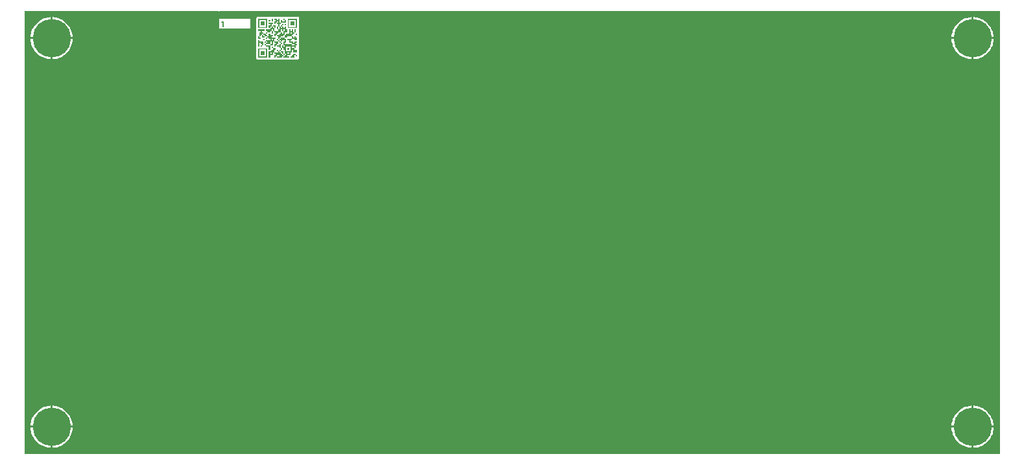
<source format=gtl>
G04 Layer: TopLayer*
G04 Panelize: , Column: 2, Row: 2, Board Size: 127.89mm x 58.42mm, Panelized Board Size: 257.78mm x 118.84mm*
G04 EasyEDA v6.5.34, 2023-08-21 18:11:39*
G04 e8c068331ae34e3d8125ef6c1ac767d1,5a6b42c53f6a479593ecc07194224c93,10*
G04 Gerber Generator version 0.2*
G04 Scale: 100 percent, Rotated: No, Reflected: No *
G04 Dimensions in millimeters *
G04 leading zeros omitted , absolute positions ,4 integer and 5 decimal *
%FSLAX45Y45*%
%MOMM*%

%ADD10C,0.1524*%
%ADD11C,5.0000*%
%ADD12C,1.8000*%

%LPD*%
G36*
X12752781Y25908D02*
G01*
X36068Y26416D01*
X32156Y27178D01*
X28905Y29362D01*
X26670Y32664D01*
X25908Y36576D01*
X25908Y5805932D01*
X26670Y5809843D01*
X28905Y5813094D01*
X32156Y5815330D01*
X36068Y5816092D01*
X2555240Y5816092D01*
X2559100Y5815330D01*
X2562402Y5813094D01*
X2564638Y5809843D01*
X2565400Y5805932D01*
X2566162Y5809843D01*
X2568346Y5813094D01*
X2571648Y5815330D01*
X2575560Y5816092D01*
X3050540Y5816092D01*
X3054400Y5815330D01*
X3057702Y5813094D01*
X3059938Y5809843D01*
X3060700Y5805932D01*
X3061462Y5809843D01*
X3063646Y5813094D01*
X3066948Y5815330D01*
X3070860Y5816092D01*
X12752832Y5816092D01*
X12756692Y5815330D01*
X12759994Y5813094D01*
X12762179Y5809843D01*
X12762992Y5805932D01*
X12762992Y36068D01*
X12762179Y32156D01*
X12759994Y28905D01*
X12756692Y26670D01*
G37*

%LPC*%
G36*
X393700Y5185562D02*
G01*
X398322Y5185664D01*
X421284Y5188051D01*
X443992Y5192369D01*
X466242Y5198618D01*
X487934Y5206644D01*
X508812Y5216499D01*
X528828Y5228031D01*
X547827Y5241239D01*
X565607Y5255971D01*
X582117Y5272125D01*
X597204Y5289600D01*
X610819Y5308295D01*
X622757Y5328107D01*
X633018Y5348782D01*
X641553Y5370271D01*
X648208Y5392369D01*
X653034Y5414975D01*
X655929Y5437936D01*
X656336Y5448300D01*
X393700Y5448300D01*
G37*
G36*
X393700Y105562D02*
G01*
X398322Y105664D01*
X421284Y108051D01*
X443992Y112369D01*
X466242Y118618D01*
X487934Y126644D01*
X508812Y136499D01*
X528828Y148031D01*
X547827Y161239D01*
X565607Y175971D01*
X582117Y192125D01*
X597204Y209600D01*
X610819Y228295D01*
X622757Y248107D01*
X633018Y268782D01*
X641553Y290271D01*
X648208Y312369D01*
X653034Y334975D01*
X655929Y357936D01*
X656336Y368300D01*
X393700Y368300D01*
G37*
G36*
X12392406Y105613D02*
G01*
X12392406Y368300D01*
X12129516Y368300D01*
X12131395Y346405D01*
X12135256Y323646D01*
X12140996Y301244D01*
X12148566Y279450D01*
X12157964Y258317D01*
X12169089Y238099D01*
X12181890Y218846D01*
X12196267Y200710D01*
X12212066Y183896D01*
X12229236Y168402D01*
X12247626Y154432D01*
X12267133Y142087D01*
X12287605Y131368D01*
X12308941Y122428D01*
X12330887Y115265D01*
X12353391Y109982D01*
X12376251Y106629D01*
G37*
G36*
X368300Y105613D02*
G01*
X368300Y368300D01*
X105410Y368300D01*
X107289Y346405D01*
X111150Y323646D01*
X116890Y301244D01*
X124460Y279450D01*
X133858Y258317D01*
X144983Y238099D01*
X157784Y218846D01*
X172161Y200710D01*
X187960Y183896D01*
X205130Y168402D01*
X223520Y154432D01*
X243027Y142087D01*
X263499Y131368D01*
X284835Y122428D01*
X306781Y115265D01*
X329285Y109982D01*
X352145Y106629D01*
G37*
G36*
X12417806Y393700D02*
G01*
X12680442Y393700D01*
X12680035Y404063D01*
X12677140Y427024D01*
X12672314Y449630D01*
X12665659Y471728D01*
X12657124Y493217D01*
X12646863Y513892D01*
X12634925Y533704D01*
X12621310Y552348D01*
X12606223Y569874D01*
X12589713Y586028D01*
X12571933Y600760D01*
X12552934Y613968D01*
X12532918Y625500D01*
X12512040Y635355D01*
X12490348Y643382D01*
X12468098Y649630D01*
X12445390Y653948D01*
X12422428Y656336D01*
X12417806Y656437D01*
G37*
G36*
X393700Y393700D02*
G01*
X656336Y393700D01*
X655929Y404063D01*
X653034Y427024D01*
X648208Y449630D01*
X641553Y471728D01*
X633018Y493217D01*
X622757Y513892D01*
X610819Y533704D01*
X597204Y552348D01*
X582117Y569874D01*
X565607Y586028D01*
X547827Y600760D01*
X528828Y613968D01*
X508812Y625500D01*
X487934Y635355D01*
X466242Y643382D01*
X443992Y649630D01*
X421284Y653948D01*
X398322Y656336D01*
X393700Y656437D01*
G37*
G36*
X12129516Y393700D02*
G01*
X12392406Y393700D01*
X12392406Y656386D01*
X12376251Y655370D01*
X12353391Y652018D01*
X12330887Y646734D01*
X12308941Y639572D01*
X12287605Y630631D01*
X12267133Y619912D01*
X12247626Y607568D01*
X12229236Y593598D01*
X12212066Y578104D01*
X12196267Y561289D01*
X12181890Y543153D01*
X12169089Y523900D01*
X12157964Y503682D01*
X12148566Y482549D01*
X12140996Y460756D01*
X12135256Y438353D01*
X12131395Y415594D01*
G37*
G36*
X105410Y393700D02*
G01*
X368300Y393700D01*
X368300Y656386D01*
X352145Y655370D01*
X329285Y652018D01*
X306781Y646734D01*
X284835Y639572D01*
X263499Y630631D01*
X243027Y619912D01*
X223520Y607568D01*
X205130Y593598D01*
X187960Y578104D01*
X172161Y561289D01*
X157784Y543153D01*
X144983Y523900D01*
X133858Y503682D01*
X124460Y482549D01*
X116890Y460756D01*
X111150Y438353D01*
X107289Y415594D01*
G37*
G36*
X3076905Y5181092D02*
G01*
X3583787Y5181092D01*
X3590086Y5181803D01*
X3595573Y5183682D01*
X3600450Y5186781D01*
X3604564Y5190896D01*
X3607612Y5195773D01*
X3609543Y5201208D01*
X3610254Y5207558D01*
X3610254Y5714441D01*
X3609543Y5720740D01*
X3607358Y5726938D01*
X3606800Y5730341D01*
X3606800Y5739384D01*
X3605784Y5740400D01*
X3587648Y5740450D01*
X3583787Y5740908D01*
X3076803Y5740908D01*
X3071774Y5740450D01*
X3067608Y5740908D01*
X3064002Y5743041D01*
X3061563Y5746445D01*
X3060700Y5750560D01*
X3060700Y5739841D01*
X3059938Y5735980D01*
X3057702Y5732678D01*
X3056128Y5731103D01*
X3053080Y5726226D01*
X3051149Y5720740D01*
X3050438Y5714441D01*
X3050438Y5207558D01*
X3051149Y5201208D01*
X3053080Y5195773D01*
X3056128Y5190896D01*
X3060242Y5186781D01*
X3065119Y5183682D01*
X3070606Y5181803D01*
G37*
G36*
X12417806Y5185562D02*
G01*
X12422428Y5185664D01*
X12445390Y5188051D01*
X12468098Y5192369D01*
X12490348Y5198618D01*
X12512040Y5206644D01*
X12532918Y5216499D01*
X12552934Y5228031D01*
X12571933Y5241239D01*
X12589713Y5255971D01*
X12606223Y5272125D01*
X12621310Y5289600D01*
X12634925Y5308295D01*
X12646863Y5328107D01*
X12657124Y5348782D01*
X12665659Y5370271D01*
X12672314Y5392369D01*
X12677140Y5414975D01*
X12680035Y5437936D01*
X12680442Y5448300D01*
X12417806Y5448300D01*
G37*
G36*
X12417806Y105562D02*
G01*
X12422428Y105664D01*
X12445390Y108051D01*
X12468098Y112369D01*
X12490348Y118618D01*
X12512040Y126644D01*
X12532918Y136499D01*
X12552934Y148031D01*
X12571933Y161239D01*
X12589713Y175971D01*
X12606223Y192125D01*
X12621310Y209600D01*
X12634925Y228295D01*
X12646863Y248107D01*
X12657124Y268782D01*
X12665659Y290271D01*
X12672314Y312369D01*
X12677140Y334975D01*
X12680035Y357936D01*
X12680442Y368300D01*
X12417806Y368300D01*
G37*
G36*
X12392406Y5185613D02*
G01*
X12392406Y5448300D01*
X12129516Y5448300D01*
X12131395Y5426405D01*
X12135256Y5403646D01*
X12140996Y5381244D01*
X12148566Y5359450D01*
X12157964Y5338318D01*
X12169089Y5318099D01*
X12181890Y5298846D01*
X12196267Y5280710D01*
X12212066Y5263896D01*
X12229236Y5248402D01*
X12247626Y5234432D01*
X12267133Y5222087D01*
X12287605Y5211368D01*
X12308941Y5202428D01*
X12330887Y5195265D01*
X12353391Y5189982D01*
X12376251Y5186629D01*
G37*
G36*
X368300Y5185613D02*
G01*
X368300Y5448300D01*
X105410Y5448300D01*
X107289Y5426405D01*
X111150Y5403646D01*
X116890Y5381244D01*
X124460Y5359450D01*
X133858Y5338318D01*
X144983Y5318099D01*
X157784Y5298846D01*
X172161Y5280710D01*
X187960Y5263896D01*
X205130Y5248402D01*
X223520Y5234432D01*
X243027Y5222087D01*
X263499Y5211368D01*
X284835Y5202428D01*
X306781Y5195265D01*
X329285Y5189982D01*
X352145Y5186629D01*
G37*
G36*
X393700Y5473700D02*
G01*
X656336Y5473700D01*
X655929Y5484063D01*
X653034Y5507024D01*
X648208Y5529630D01*
X641553Y5551728D01*
X633018Y5573217D01*
X622757Y5593892D01*
X610819Y5613704D01*
X597204Y5632348D01*
X582117Y5649874D01*
X565607Y5666028D01*
X547827Y5680760D01*
X528828Y5693968D01*
X508812Y5705500D01*
X487934Y5715355D01*
X466242Y5723382D01*
X443992Y5729630D01*
X421284Y5733948D01*
X398322Y5736336D01*
X393700Y5736437D01*
G37*
G36*
X12417806Y5473700D02*
G01*
X12680442Y5473700D01*
X12680035Y5484063D01*
X12677140Y5507024D01*
X12672314Y5529630D01*
X12665659Y5551728D01*
X12657124Y5573217D01*
X12646863Y5593892D01*
X12634925Y5613704D01*
X12621310Y5632348D01*
X12606223Y5649874D01*
X12589713Y5666028D01*
X12571933Y5680760D01*
X12552934Y5693968D01*
X12532918Y5705500D01*
X12512040Y5715355D01*
X12490348Y5723382D01*
X12468098Y5729630D01*
X12445390Y5733948D01*
X12422428Y5736336D01*
X12417806Y5736437D01*
G37*
G36*
X12129516Y5473700D02*
G01*
X12392406Y5473700D01*
X12392406Y5736386D01*
X12376251Y5735370D01*
X12353391Y5732018D01*
X12330887Y5726734D01*
X12308941Y5719572D01*
X12287605Y5710631D01*
X12267133Y5699912D01*
X12247626Y5687568D01*
X12229236Y5673598D01*
X12212066Y5658104D01*
X12196267Y5641289D01*
X12181890Y5623153D01*
X12169089Y5603900D01*
X12157964Y5583682D01*
X12148566Y5562549D01*
X12140996Y5540756D01*
X12135256Y5518353D01*
X12131395Y5495594D01*
G37*
G36*
X105410Y5473700D02*
G01*
X368300Y5473700D01*
X368300Y5736386D01*
X352145Y5735370D01*
X329285Y5732018D01*
X306781Y5726734D01*
X284835Y5719572D01*
X263499Y5710631D01*
X243027Y5699912D01*
X223520Y5687568D01*
X205130Y5673598D01*
X187960Y5658104D01*
X172161Y5641289D01*
X157784Y5623153D01*
X144983Y5603900D01*
X133858Y5583682D01*
X124460Y5562549D01*
X116890Y5540756D01*
X111150Y5518353D01*
X107289Y5495594D01*
G37*
G36*
X2596438Y5583682D02*
G01*
X2626563Y5583682D01*
X2632862Y5584393D01*
X2641142Y5587593D01*
X2643936Y5588000D01*
X2970784Y5588000D01*
X2971800Y5589016D01*
X2971800Y5713984D01*
X2970784Y5715000D01*
X2639822Y5715000D01*
X2636469Y5715558D01*
X2632862Y5716828D01*
X2626563Y5717540D01*
X2596438Y5717540D01*
X2590139Y5716828D01*
X2586532Y5715558D01*
X2583180Y5715000D01*
X2575560Y5715000D01*
X2571648Y5715762D01*
X2568346Y5717997D01*
X2566162Y5721248D01*
X2565400Y5725160D01*
X2565400Y5589016D01*
X2566416Y5588000D01*
X2579065Y5588000D01*
X2581859Y5587593D01*
X2584653Y5586323D01*
X2590139Y5584393D01*
G37*

%LPD*%
G36*
X3251200Y5715000D02*
G01*
X3251200Y5680151D01*
X3267760Y5680151D01*
X3267760Y5715000D01*
G37*
G36*
X3286150Y5715000D02*
G01*
X3286150Y5696661D01*
X3302762Y5696661D01*
X3302762Y5680151D01*
X3339541Y5680151D01*
X3339541Y5663641D01*
X3321151Y5663641D01*
X3321151Y5680151D01*
X3286150Y5680151D01*
X3286150Y5645302D01*
X3302762Y5645302D01*
X3302762Y5663641D01*
X3321151Y5663641D01*
X3321151Y5645302D01*
X3339541Y5645302D01*
X3339541Y5610453D01*
X3356101Y5610453D01*
X3356101Y5575604D01*
X3339541Y5575604D01*
X3339541Y5610453D01*
X3321151Y5610453D01*
X3321151Y5575604D01*
X3339541Y5575604D01*
X3339541Y5557266D01*
X3286150Y5557266D01*
X3286150Y5592114D01*
X3302762Y5592114D01*
X3302762Y5626963D01*
X3267760Y5626963D01*
X3267760Y5610453D01*
X3286150Y5610453D01*
X3286150Y5592114D01*
X3267760Y5592114D01*
X3267760Y5610453D01*
X3251200Y5610453D01*
X3251200Y5645302D01*
X3267760Y5645302D01*
X3267760Y5663641D01*
X3216249Y5663641D01*
X3216249Y5645302D01*
X3234639Y5645302D01*
X3234639Y5626963D01*
X3216249Y5626963D01*
X3216249Y5610453D01*
X3251200Y5610453D01*
X3251200Y5592114D01*
X3234639Y5592114D01*
X3234639Y5610453D01*
X3216249Y5610453D01*
X3216249Y5592114D01*
X3234639Y5592114D01*
X3234639Y5575604D01*
X3181248Y5575604D01*
X3181248Y5557266D01*
X3197809Y5557266D01*
X3197809Y5540756D01*
X3181248Y5540756D01*
X3181248Y5522417D01*
X3144469Y5522417D01*
X3144469Y5540756D01*
X3127908Y5540756D01*
X3127908Y5557266D01*
X3162858Y5557266D01*
X3162858Y5575604D01*
X3076346Y5575604D01*
X3076346Y5557266D01*
X3109468Y5557266D01*
X3109468Y5540756D01*
X3092907Y5540756D01*
X3092907Y5522417D01*
X3144469Y5522417D01*
X3144469Y5505907D01*
X3181248Y5505907D01*
X3181248Y5522417D01*
X3197809Y5522417D01*
X3197809Y5540756D01*
X3234639Y5540756D01*
X3234639Y5557266D01*
X3251200Y5557266D01*
X3251200Y5575604D01*
X3267760Y5575604D01*
X3267760Y5557266D01*
X3286150Y5557266D01*
X3286150Y5540756D01*
X3302762Y5540756D01*
X3302762Y5522417D01*
X3286150Y5522417D01*
X3286150Y5487568D01*
X3302762Y5487568D01*
X3302762Y5505907D01*
X3321151Y5505907D01*
X3321151Y5522417D01*
X3339541Y5522417D01*
X3339541Y5540756D01*
X3374542Y5540756D01*
X3374542Y5575604D01*
X3391103Y5575604D01*
X3391103Y5557266D01*
X3409492Y5557266D01*
X3409492Y5575604D01*
X3426053Y5575604D01*
X3426053Y5557266D01*
X3409492Y5557266D01*
X3409492Y5522417D01*
X3391103Y5522417D01*
X3391103Y5540756D01*
X3374542Y5540756D01*
X3374542Y5522417D01*
X3356101Y5522417D01*
X3356101Y5505907D01*
X3321151Y5505907D01*
X3321151Y5487568D01*
X3339541Y5487568D01*
X3339541Y5452719D01*
X3356101Y5452719D01*
X3356101Y5469229D01*
X3374542Y5469229D01*
X3374542Y5487568D01*
X3409492Y5487568D01*
X3409492Y5505907D01*
X3426053Y5505907D01*
X3426053Y5469229D01*
X3461054Y5469229D01*
X3461054Y5487568D01*
X3514394Y5487568D01*
X3514394Y5452719D01*
X3461054Y5452719D01*
X3461054Y5434380D01*
X3479444Y5434380D01*
X3479444Y5399532D01*
X3514394Y5399532D01*
X3514394Y5383022D01*
X3549396Y5383022D01*
X3549396Y5364683D01*
X3514394Y5364683D01*
X3514394Y5383022D01*
X3426053Y5383022D01*
X3426053Y5399532D01*
X3444443Y5399532D01*
X3444443Y5452719D01*
X3426053Y5452719D01*
X3426053Y5469229D01*
X3374542Y5469229D01*
X3374542Y5452719D01*
X3356101Y5452719D01*
X3356101Y5434380D01*
X3374542Y5434380D01*
X3374542Y5416042D01*
X3391103Y5416042D01*
X3391103Y5434380D01*
X3426053Y5434380D01*
X3426053Y5416042D01*
X3409492Y5416042D01*
X3409492Y5364683D01*
X3426053Y5364683D01*
X3426053Y5346344D01*
X3549396Y5346344D01*
X3549396Y5329834D01*
X3514394Y5329834D01*
X3514394Y5346344D01*
X3497834Y5346344D01*
X3497834Y5293156D01*
X3444443Y5293156D01*
X3444443Y5346344D01*
X3409492Y5346344D01*
X3409492Y5364683D01*
X3391103Y5364683D01*
X3391103Y5329834D01*
X3409492Y5329834D01*
X3409492Y5311495D01*
X3426053Y5311495D01*
X3426053Y5276646D01*
X3479444Y5276646D01*
X3479444Y5260187D01*
X3461054Y5260187D01*
X3461054Y5276646D01*
X3426053Y5276646D01*
X3426053Y5260187D01*
X3444443Y5260187D01*
X3444443Y5241848D01*
X3426053Y5241848D01*
X3426053Y5225338D01*
X3409492Y5225338D01*
X3409492Y5241848D01*
X3391103Y5241848D01*
X3391103Y5260187D01*
X3374542Y5260187D01*
X3374542Y5276646D01*
X3356101Y5276646D01*
X3356101Y5293156D01*
X3374542Y5293156D01*
X3374542Y5311495D01*
X3391103Y5311495D01*
X3391103Y5329834D01*
X3374542Y5329834D01*
X3374542Y5383022D01*
X3356101Y5383022D01*
X3356101Y5364683D01*
X3321151Y5364683D01*
X3321151Y5383022D01*
X3339541Y5383022D01*
X3339541Y5416042D01*
X3286150Y5416042D01*
X3286150Y5452719D01*
X3302762Y5452719D01*
X3302762Y5469229D01*
X3251200Y5469229D01*
X3251200Y5487568D01*
X3267760Y5487568D01*
X3267760Y5505907D01*
X3234639Y5505907D01*
X3234639Y5522417D01*
X3216249Y5522417D01*
X3216249Y5487568D01*
X3197809Y5487568D01*
X3197809Y5505907D01*
X3162858Y5505907D01*
X3162858Y5487568D01*
X3144469Y5487568D01*
X3144469Y5505907D01*
X3127908Y5505907D01*
X3127908Y5522417D01*
X3092907Y5522417D01*
X3092907Y5487568D01*
X3076346Y5487568D01*
X3076346Y5452719D01*
X3109468Y5452719D01*
X3109468Y5469229D01*
X3092907Y5469229D01*
X3092907Y5487568D01*
X3109468Y5487568D01*
X3109468Y5505907D01*
X3127908Y5505907D01*
X3127908Y5469229D01*
X3162858Y5469229D01*
X3162858Y5487568D01*
X3197809Y5487568D01*
X3197809Y5469229D01*
X3181248Y5469229D01*
X3181248Y5452719D01*
X3197809Y5452719D01*
X3197809Y5469229D01*
X3216249Y5469229D01*
X3216249Y5452719D01*
X3267760Y5452719D01*
X3267760Y5434380D01*
X3251200Y5434380D01*
X3251200Y5452719D01*
X3234639Y5452719D01*
X3234639Y5434380D01*
X3181248Y5434380D01*
X3181248Y5416042D01*
X3197809Y5416042D01*
X3197809Y5399532D01*
X3181248Y5399532D01*
X3181248Y5416042D01*
X3162858Y5416042D01*
X3162858Y5399532D01*
X3181248Y5399532D01*
X3181248Y5383022D01*
X3162858Y5383022D01*
X3162858Y5364683D01*
X3181248Y5364683D01*
X3181248Y5383022D01*
X3234639Y5383022D01*
X3234639Y5416042D01*
X3251200Y5416042D01*
X3251200Y5383022D01*
X3234639Y5383022D01*
X3234639Y5364683D01*
X3181248Y5364683D01*
X3181248Y5346344D01*
X3216249Y5346344D01*
X3216249Y5311495D01*
X3234639Y5311495D01*
X3234639Y5364683D01*
X3267760Y5364683D01*
X3267760Y5416042D01*
X3286150Y5416042D01*
X3286150Y5399532D01*
X3302762Y5399532D01*
X3302762Y5383022D01*
X3286150Y5383022D01*
X3286150Y5346344D01*
X3302762Y5346344D01*
X3302762Y5364683D01*
X3321151Y5364683D01*
X3321151Y5346344D01*
X3356101Y5346344D01*
X3356101Y5329834D01*
X3374542Y5329834D01*
X3374542Y5311495D01*
X3356101Y5311495D01*
X3356101Y5293156D01*
X3339541Y5293156D01*
X3339541Y5311495D01*
X3321151Y5311495D01*
X3321151Y5293156D01*
X3339541Y5293156D01*
X3339541Y5276646D01*
X3286150Y5276646D01*
X3286150Y5311495D01*
X3302762Y5311495D01*
X3302762Y5329834D01*
X3267760Y5329834D01*
X3267760Y5346344D01*
X3251200Y5346344D01*
X3251200Y5329834D01*
X3267760Y5329834D01*
X3267760Y5311495D01*
X3251403Y5311495D01*
X3250285Y5294122D01*
X3216249Y5293055D01*
X3216249Y5276646D01*
X3251200Y5276646D01*
X3251200Y5260187D01*
X3234639Y5260187D01*
X3234639Y5276646D01*
X3216249Y5276646D01*
X3216249Y5207000D01*
X3234639Y5207000D01*
X3234639Y5241848D01*
X3267760Y5241848D01*
X3267760Y5276646D01*
X3286150Y5276646D01*
X3286150Y5260187D01*
X3302762Y5260187D01*
X3302762Y5241848D01*
X3286150Y5241848D01*
X3286150Y5207000D01*
X3302558Y5207000D01*
X3303676Y5224424D01*
X3321151Y5225542D01*
X3321151Y5241848D01*
X3356101Y5241848D01*
X3356101Y5225338D01*
X3321151Y5225338D01*
X3321151Y5207000D01*
X3391103Y5207000D01*
X3391103Y5225338D01*
X3409492Y5225338D01*
X3409492Y5207000D01*
X3479444Y5207000D01*
X3479444Y5225338D01*
X3461054Y5225338D01*
X3461054Y5241848D01*
X3497834Y5241848D01*
X3497834Y5276646D01*
X3514394Y5276646D01*
X3514394Y5311495D01*
X3530955Y5311495D01*
X3530955Y5276646D01*
X3584346Y5276646D01*
X3584346Y5311495D01*
X3549396Y5311495D01*
X3549396Y5329834D01*
X3567785Y5329834D01*
X3567785Y5364683D01*
X3584346Y5364683D01*
X3584346Y5383022D01*
X3567785Y5383022D01*
X3567785Y5399532D01*
X3584346Y5399532D01*
X3584346Y5416042D01*
X3549396Y5416042D01*
X3549396Y5399532D01*
X3530955Y5399532D01*
X3530955Y5416042D01*
X3497834Y5416042D01*
X3497834Y5434380D01*
X3514394Y5434380D01*
X3514394Y5452719D01*
X3549396Y5452719D01*
X3549396Y5434380D01*
X3584346Y5434380D01*
X3584346Y5469229D01*
X3567785Y5469229D01*
X3567785Y5487568D01*
X3549396Y5487568D01*
X3549396Y5469229D01*
X3530955Y5469229D01*
X3530955Y5487568D01*
X3514394Y5487568D01*
X3514394Y5505907D01*
X3530955Y5505907D01*
X3530955Y5522417D01*
X3549396Y5522417D01*
X3549396Y5540756D01*
X3567785Y5540756D01*
X3567785Y5575604D01*
X3549396Y5575604D01*
X3549396Y5540756D01*
X3530955Y5540756D01*
X3530955Y5575604D01*
X3514394Y5575604D01*
X3514394Y5557266D01*
X3497834Y5557266D01*
X3497834Y5575604D01*
X3479444Y5575604D01*
X3479444Y5540756D01*
X3514394Y5540756D01*
X3514394Y5522417D01*
X3497834Y5522417D01*
X3497834Y5540756D01*
X3479444Y5540756D01*
X3479444Y5522417D01*
X3444443Y5522417D01*
X3444443Y5505907D01*
X3426053Y5505907D01*
X3426053Y5540756D01*
X3461054Y5540756D01*
X3461054Y5575604D01*
X3444443Y5575604D01*
X3444443Y5610453D01*
X3426053Y5610453D01*
X3426053Y5592114D01*
X3409492Y5592114D01*
X3409492Y5610453D01*
X3391103Y5610453D01*
X3391103Y5626963D01*
X3409492Y5626963D01*
X3409492Y5645302D01*
X3391103Y5645302D01*
X3391103Y5626963D01*
X3374542Y5626963D01*
X3374542Y5610453D01*
X3391103Y5610453D01*
X3391103Y5592114D01*
X3374542Y5592114D01*
X3374542Y5610453D01*
X3356101Y5610453D01*
X3356101Y5645302D01*
X3374542Y5645302D01*
X3374542Y5663641D01*
X3444443Y5663641D01*
X3444443Y5696661D01*
X3426053Y5696661D01*
X3426053Y5715000D01*
X3409492Y5715000D01*
X3409492Y5696661D01*
X3426053Y5696661D01*
X3426053Y5680151D01*
X3391103Y5680151D01*
X3391103Y5696661D01*
X3374542Y5696661D01*
X3374542Y5663641D01*
X3356101Y5663641D01*
X3356101Y5715000D01*
X3339541Y5715000D01*
X3339541Y5696661D01*
X3321151Y5696661D01*
X3321151Y5715000D01*
G37*
G36*
X3076346Y5713171D02*
G01*
X3076346Y5698490D01*
X3181248Y5698490D01*
X3181248Y5608624D01*
X3092907Y5608624D01*
X3092907Y5698490D01*
X3076346Y5698490D01*
X3076346Y5593943D01*
X3197809Y5593943D01*
X3197809Y5713171D01*
G37*
G36*
X3462883Y5713171D02*
G01*
X3462883Y5698490D01*
X3567785Y5698490D01*
X3567785Y5608624D01*
X3477564Y5608624D01*
X3477564Y5698490D01*
X3462883Y5698490D01*
X3462883Y5593943D01*
X3584346Y5593943D01*
X3584346Y5713171D01*
G37*
G36*
X3216249Y5696661D02*
G01*
X3216249Y5680151D01*
X3234639Y5680151D01*
X3234639Y5696661D01*
G37*
G36*
X3111296Y5680151D02*
G01*
X3111296Y5628792D01*
X3161030Y5628792D01*
X3161030Y5680151D01*
G37*
G36*
X3497834Y5680151D02*
G01*
X3497834Y5628792D01*
X3547516Y5628792D01*
X3547516Y5680151D01*
G37*
G36*
X3426053Y5645302D02*
G01*
X3426053Y5626963D01*
X3444443Y5626963D01*
X3444443Y5645302D01*
G37*
G36*
X3251200Y5557266D02*
G01*
X3251200Y5522417D01*
X3267760Y5522417D01*
X3267760Y5557266D01*
G37*
G36*
X3567785Y5522417D02*
G01*
X3567785Y5505907D01*
X3584346Y5505907D01*
X3584346Y5522417D01*
G37*
G36*
X3144469Y5452719D02*
G01*
X3144469Y5434380D01*
X3162858Y5434380D01*
X3162858Y5452719D01*
G37*
G36*
X3321151Y5452719D02*
G01*
X3321151Y5434380D01*
X3339541Y5434380D01*
X3339541Y5416042D01*
X3356101Y5416042D01*
X3356101Y5399532D01*
X3374542Y5399532D01*
X3374542Y5383022D01*
X3391103Y5383022D01*
X3391103Y5399532D01*
X3374542Y5399532D01*
X3374542Y5416042D01*
X3356101Y5416042D01*
X3356101Y5434380D01*
X3339541Y5434380D01*
X3339541Y5452719D01*
G37*
G36*
X3076346Y5434380D02*
G01*
X3076346Y5346344D01*
X3092907Y5346344D01*
X3092907Y5399532D01*
X3109468Y5399532D01*
X3109468Y5383022D01*
X3127908Y5383022D01*
X3127908Y5364683D01*
X3109468Y5364683D01*
X3109468Y5346344D01*
X3127908Y5346344D01*
X3127908Y5364683D01*
X3144469Y5364683D01*
X3144469Y5416042D01*
X3092907Y5416042D01*
X3092907Y5434380D01*
G37*
G36*
X3461054Y5329834D02*
G01*
X3461054Y5311495D01*
X3479444Y5311495D01*
X3479444Y5329834D01*
G37*
G36*
X3076346Y5328005D02*
G01*
X3076346Y5313375D01*
X3181248Y5313375D01*
X3181248Y5223510D01*
X3092907Y5223510D01*
X3092907Y5313375D01*
X3076346Y5313375D01*
X3076346Y5208828D01*
X3197809Y5208828D01*
X3197809Y5328005D01*
G37*
G36*
X3111296Y5293156D02*
G01*
X3111296Y5243677D01*
X3161030Y5243677D01*
X3161030Y5293156D01*
G37*
G36*
X3374542Y5293156D02*
G01*
X3374542Y5276646D01*
X3391103Y5276646D01*
X3391103Y5260187D01*
X3409492Y5260187D01*
X3409492Y5241848D01*
X3426053Y5241848D01*
X3426053Y5260187D01*
X3409492Y5260187D01*
X3409492Y5293156D01*
G37*
G36*
X3530955Y5260187D02*
G01*
X3530955Y5241848D01*
X3514394Y5241848D01*
X3514394Y5225338D01*
X3497834Y5225338D01*
X3497834Y5207000D01*
X3549396Y5207000D01*
X3549396Y5241848D01*
X3567785Y5241848D01*
X3567785Y5225338D01*
X3584346Y5225338D01*
X3584346Y5241848D01*
X3567785Y5241848D01*
X3567785Y5260187D01*
G37*
D10*
X2603500Y5671312D02*
G01*
X2609850Y5674613D01*
X2619502Y5684012D01*
X2619502Y5617210D01*
D11*
G01*
X381000Y5461000D03*
G01*
X381000Y381000D03*
G01*
X12405106Y5461000D03*
G01*
X12405106Y381000D03*
G01*
X4550486Y472109D03*
G01*
X10350474Y472109D03*
G01*
X4550486Y5372100D03*
G01*
X10350474Y5372100D03*
D12*
G01*
X1270000Y508000D03*
G01*
X1270000Y254000D03*
M02*

</source>
